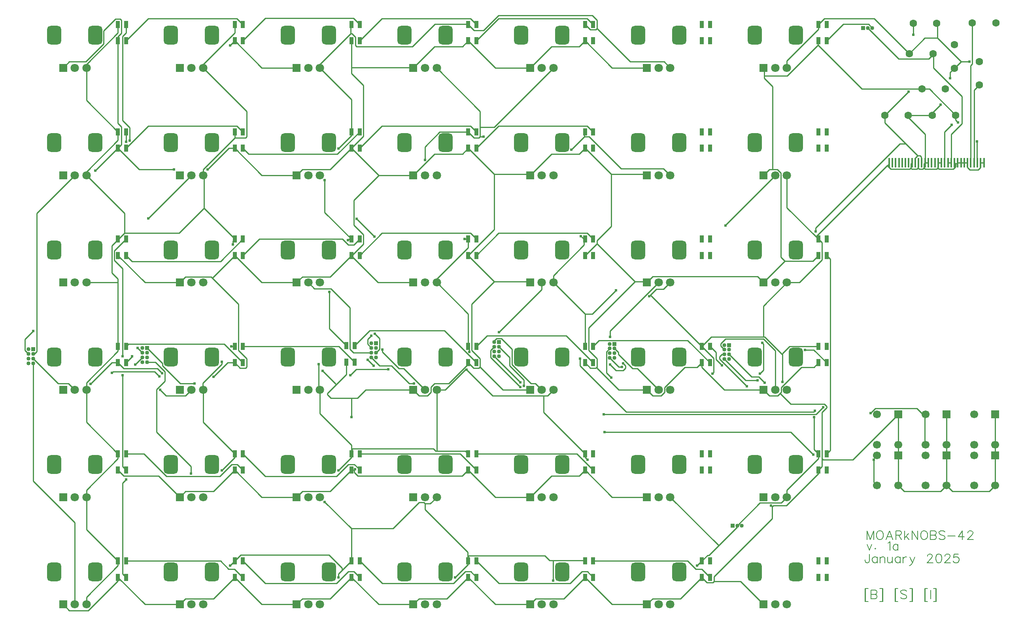
<source format=gtl>
G04 Layer: TopLayer*
G04 EasyEDA Pro v2.2.35.2, 2025-01-29 23:55:29*
G04 Gerber Generator version 0.3*
G04 Scale: 100 percent, Rotated: No, Reflected: No*
G04 Dimensions in millimeters*
G04 Leading zeros omitted, absolute positions, 4 integers and 5 decimals*
%FSLAX45Y45*%
%MOMM*%
%AMRoundRect*1,1,$1,$2,$3*1,1,$1,$4,$5*1,1,$1,0-$2,0-$3*1,1,$1,0-$4,0-$5*20,1,$1,$2,$3,$4,$5,0*20,1,$1,$4,$5,0-$2,0-$3,0*20,1,$1,0-$2,0-$3,0-$4,0-$5,0*20,1,$1,0-$4,0-$5,$2,$3,0*4,1,4,$2,$3,$4,$5,0-$2,0-$3,0-$4,0-$5,$2,$3,0*%
%ADD10C,0.2032*%
%ADD11R,0.85X1.6*%
%ADD12R,1.8X1.8*%
%ADD13C,1.8*%
%ADD14RoundRect,1.5X-0.75X-1.25X-0.75X1.25*%
%ADD15R,0.4X2.0*%
%ADD16R,0.85X0.85*%
%ADD17C,0.85*%
%ADD18C,1.6*%
%ADD19C,1.7072*%
%ADD20C,1.7*%
%ADD21R,1.7X1.7*%
%ADD22R,0.85X0.85*%
%ADD23C,0.61*%
%ADD24C,0.254*%
G75*


G04 Text Start*
G54D10*
G01X18107660Y-11539220D02*
G01X18107660Y-11725910D01*
G01X18107660Y-11539220D02*
G01X18178780Y-11725910D01*
G01X18249900Y-11539220D02*
G01X18178780Y-11725910D01*
G01X18249900Y-11539220D02*
G01X18249900Y-11725910D01*
G01X18366232Y-11539220D02*
G01X18348452Y-11548110D01*
G01X18330672Y-11565890D01*
G01X18321782Y-11583670D01*
G01X18312892Y-11610340D01*
G01X18312892Y-11654790D01*
G01X18321782Y-11681460D01*
G01X18330672Y-11699240D01*
G01X18348452Y-11717020D01*
G01X18366232Y-11725910D01*
G01X18401792Y-11725910D01*
G01X18419572Y-11717020D01*
G01X18437352Y-11699240D01*
G01X18446242Y-11681460D01*
G01X18455132Y-11654790D01*
G01X18455132Y-11610340D01*
G01X18446242Y-11583670D01*
G01X18437352Y-11565890D01*
G01X18419572Y-11548110D01*
G01X18401792Y-11539220D01*
G01X18366232Y-11539220D01*
G01X18589244Y-11539220D02*
G01X18518124Y-11725910D01*
G01X18589244Y-11539220D02*
G01X18660364Y-11725910D01*
G01X18544794Y-11663680D02*
G01X18633694Y-11663680D01*
G01X18723356Y-11539220D02*
G01X18723356Y-11725910D01*
G01X18723356Y-11539220D02*
G01X18803366Y-11539220D01*
G01X18830036Y-11548110D01*
G01X18838926Y-11557000D01*
G01X18847816Y-11574780D01*
G01X18847816Y-11592560D01*
G01X18838926Y-11610340D01*
G01X18830036Y-11619230D01*
G01X18803366Y-11628120D01*
G01X18723356Y-11628120D01*
G01X18785586Y-11628120D02*
G01X18847816Y-11725910D01*
G01X18910808Y-11539220D02*
G01X18910808Y-11725910D01*
G01X18999708Y-11601450D02*
G01X18910808Y-11690350D01*
G01X18946368Y-11654790D02*
G01X19008598Y-11725910D01*
G01X19071590Y-11539220D02*
G01X19071590Y-11725910D01*
G01X19071590Y-11539220D02*
G01X19196050Y-11725910D01*
G01X19196050Y-11539220D02*
G01X19196050Y-11725910D01*
G01X19312382Y-11539220D02*
G01X19294602Y-11548110D01*
G01X19276822Y-11565890D01*
G01X19267932Y-11583670D01*
G01X19259042Y-11610340D01*
G01X19259042Y-11654790D01*
G01X19267932Y-11681460D01*
G01X19276822Y-11699240D01*
G01X19294602Y-11717020D01*
G01X19312382Y-11725910D01*
G01X19347942Y-11725910D01*
G01X19365722Y-11717020D01*
G01X19383502Y-11699240D01*
G01X19392392Y-11681460D01*
G01X19401282Y-11654790D01*
G01X19401282Y-11610340D01*
G01X19392392Y-11583670D01*
G01X19383502Y-11565890D01*
G01X19365722Y-11548110D01*
G01X19347942Y-11539220D01*
G01X19312382Y-11539220D01*
G01X19464274Y-11539220D02*
G01X19464274Y-11725910D01*
G01X19464274Y-11539220D02*
G01X19544284Y-11539220D01*
G01X19570954Y-11548110D01*
G01X19579844Y-11557000D01*
G01X19588734Y-11574780D01*
G01X19588734Y-11592560D01*
G01X19579844Y-11610340D01*
G01X19570954Y-11619230D01*
G01X19544284Y-11628120D01*
G01X19464274Y-11628120D02*
G01X19544284Y-11628120D01*
G01X19570954Y-11637010D01*
G01X19579844Y-11645900D01*
G01X19588734Y-11663680D01*
G01X19588734Y-11690350D01*
G01X19579844Y-11708130D01*
G01X19570954Y-11717020D01*
G01X19544284Y-11725910D01*
G01X19464274Y-11725910D01*
G01X19776186Y-11565890D02*
G01X19758406Y-11548110D01*
G01X19731736Y-11539220D01*
G01X19696176Y-11539220D01*
G01X19669506Y-11548110D01*
G01X19651726Y-11565890D01*
G01X19651726Y-11583670D01*
G01X19660616Y-11601450D01*
G01X19669506Y-11610340D01*
G01X19687286Y-11619230D01*
G01X19740626Y-11637010D01*
G01X19758406Y-11645900D01*
G01X19767296Y-11654790D01*
G01X19776186Y-11672570D01*
G01X19776186Y-11699240D01*
G01X19758406Y-11717020D01*
G01X19731736Y-11725910D01*
G01X19696176Y-11725910D01*
G01X19669506Y-11717020D01*
G01X19651726Y-11699240D01*
G01X19839178Y-11645900D02*
G01X19999198Y-11645900D01*
G01X20151090Y-11539220D02*
G01X20062190Y-11663680D01*
G01X20195540Y-11663680D01*
G01X20151090Y-11539220D02*
G01X20151090Y-11725910D01*
G01X20267422Y-11583670D02*
G01X20267422Y-11574780D01*
G01X20276312Y-11557000D01*
G01X20285202Y-11548110D01*
G01X20302982Y-11539220D01*
G01X20338542Y-11539220D01*
G01X20356322Y-11548110D01*
G01X20365212Y-11557000D01*
G01X20374102Y-11574780D01*
G01X20374102Y-11592560D01*
G01X20365212Y-11610340D01*
G01X20347432Y-11637010D01*
G01X20258532Y-11725910D01*
G01X20382992Y-11725910D01*
G01X18107660Y-11830050D02*
G01X18161000Y-11954510D01*
G01X18214340Y-11830050D02*
G01X18161000Y-11954510D01*
G01X18286222Y-11910060D02*
G01X18277332Y-11918950D01*
G01X18286222Y-11927840D01*
G01X18295112Y-11918950D01*
G01X18286222Y-11910060D01*
G01X18557240Y-11803380D02*
G01X18575020Y-11794490D01*
G01X18601690Y-11767820D01*
G01X18601690Y-11954510D01*
G01X18771362Y-11830050D02*
G01X18771362Y-11954510D01*
G01X18771362Y-11856720D02*
G01X18753582Y-11838940D01*
G01X18735802Y-11830050D01*
G01X18709132Y-11830050D01*
G01X18691352Y-11838940D01*
G01X18673572Y-11856720D01*
G01X18664682Y-11883390D01*
G01X18664682Y-11901170D01*
G01X18673572Y-11927840D01*
G01X18691352Y-11945620D01*
G01X18709132Y-11954510D01*
G01X18735802Y-11954510D01*
G01X18753582Y-11945620D01*
G01X18771362Y-11927840D01*
G01X18158460Y-12034520D02*
G01X18158460Y-12176760D01*
G01X18149570Y-12203430D01*
G01X18140680Y-12212320D01*
G01X18122900Y-12221210D01*
G01X18105120Y-12221210D01*
G01X18087340Y-12212320D01*
G01X18078450Y-12203430D01*
G01X18069560Y-12176760D01*
G01X18069560Y-12158980D01*
G01X18328132Y-12096750D02*
G01X18328132Y-12221210D01*
G01X18328132Y-12123420D02*
G01X18310352Y-12105640D01*
G01X18292572Y-12096750D01*
G01X18265902Y-12096750D01*
G01X18248122Y-12105640D01*
G01X18230342Y-12123420D01*
G01X18221452Y-12150090D01*
G01X18221452Y-12167870D01*
G01X18230342Y-12194540D01*
G01X18248122Y-12212320D01*
G01X18265902Y-12221210D01*
G01X18292572Y-12221210D01*
G01X18310352Y-12212320D01*
G01X18328132Y-12194540D01*
G01X18391124Y-12096750D02*
G01X18391124Y-12221210D01*
G01X18391124Y-12132310D02*
G01X18417794Y-12105640D01*
G01X18435574Y-12096750D01*
G01X18462244Y-12096750D01*
G01X18480024Y-12105640D01*
G01X18488914Y-12132310D01*
G01X18488914Y-12221210D01*
G01X18551906Y-12096750D02*
G01X18551906Y-12185650D01*
G01X18560796Y-12212320D01*
G01X18578576Y-12221210D01*
G01X18605246Y-12221210D01*
G01X18623026Y-12212320D01*
G01X18649696Y-12185650D01*
G01X18649696Y-12096750D02*
G01X18649696Y-12221210D01*
G01X18819368Y-12096750D02*
G01X18819368Y-12221210D01*
G01X18819368Y-12123420D02*
G01X18801588Y-12105640D01*
G01X18783808Y-12096750D01*
G01X18757138Y-12096750D01*
G01X18739358Y-12105640D01*
G01X18721578Y-12123420D01*
G01X18712688Y-12150090D01*
G01X18712688Y-12167870D01*
G01X18721578Y-12194540D01*
G01X18739358Y-12212320D01*
G01X18757138Y-12221210D01*
G01X18783808Y-12221210D01*
G01X18801588Y-12212320D01*
G01X18819368Y-12194540D01*
G01X18882360Y-12096750D02*
G01X18882360Y-12221210D01*
G01X18882360Y-12150090D02*
G01X18891250Y-12123420D01*
G01X18909030Y-12105640D01*
G01X18926810Y-12096750D01*
G01X18953480Y-12096750D01*
G01X19025362Y-12096750D02*
G01X19078702Y-12221210D01*
G01X19132042Y-12096750D02*
G01X19078702Y-12221210D01*
G01X19060922Y-12256770D01*
G01X19043142Y-12274550D01*
G01X19025362Y-12283440D01*
G01X19016472Y-12283440D01*
G01X19403060Y-12078970D02*
G01X19403060Y-12070080D01*
G01X19411950Y-12052300D01*
G01X19420840Y-12043410D01*
G01X19438620Y-12034520D01*
G01X19474180Y-12034520D01*
G01X19491960Y-12043410D01*
G01X19500850Y-12052300D01*
G01X19509740Y-12070080D01*
G01X19509740Y-12087860D01*
G01X19500850Y-12105640D01*
G01X19483070Y-12132310D01*
G01X19394170Y-12221210D01*
G01X19518630Y-12221210D01*
G01X19634962Y-12034520D02*
G01X19608292Y-12043410D01*
G01X19590512Y-12070080D01*
G01X19581622Y-12114530D01*
G01X19581622Y-12141200D01*
G01X19590512Y-12185650D01*
G01X19608292Y-12212320D01*
G01X19634962Y-12221210D01*
G01X19652742Y-12221210D01*
G01X19679412Y-12212320D01*
G01X19697192Y-12185650D01*
G01X19706082Y-12141200D01*
G01X19706082Y-12114530D01*
G01X19697192Y-12070080D01*
G01X19679412Y-12043410D01*
G01X19652742Y-12034520D01*
G01X19634962Y-12034520D01*
G01X19777964Y-12078970D02*
G01X19777964Y-12070080D01*
G01X19786854Y-12052300D01*
G01X19795744Y-12043410D01*
G01X19813524Y-12034520D01*
G01X19849084Y-12034520D01*
G01X19866864Y-12043410D01*
G01X19875754Y-12052300D01*
G01X19884644Y-12070080D01*
G01X19884644Y-12087860D01*
G01X19875754Y-12105640D01*
G01X19857974Y-12132310D01*
G01X19769074Y-12221210D01*
G01X19893534Y-12221210D01*
G01X20063206Y-12034520D02*
G01X19974306Y-12034520D01*
G01X19965416Y-12114530D01*
G01X19974306Y-12105640D01*
G01X20000976Y-12096750D01*
G01X20027646Y-12096750D01*
G01X20054316Y-12105640D01*
G01X20072096Y-12123420D01*
G01X20080986Y-12150090D01*
G01X20080986Y-12167870D01*
G01X20072096Y-12194540D01*
G01X20054316Y-12212320D01*
G01X20027646Y-12221210D01*
G01X20000976Y-12221210D01*
G01X19974306Y-12212320D01*
G01X19965416Y-12203430D01*
G01X19956526Y-12185650D01*
G01X18069560Y-12773660D02*
G01X18069560Y-13058140D01*
G01X18078450Y-12773660D02*
G01X18078450Y-13058140D01*
G01X18069560Y-12773660D02*
G01X18131790Y-12773660D01*
G01X18069560Y-13058140D02*
G01X18131790Y-13058140D01*
G01X18194782Y-12809220D02*
G01X18194782Y-12995910D01*
G01X18194782Y-12809220D02*
G01X18274792Y-12809220D01*
G01X18301462Y-12818110D01*
G01X18310352Y-12827000D01*
G01X18319242Y-12844780D01*
G01X18319242Y-12862560D01*
G01X18310352Y-12880340D01*
G01X18301462Y-12889230D01*
G01X18274792Y-12898120D01*
G01X18194782Y-12898120D02*
G01X18274792Y-12898120D01*
G01X18301462Y-12907010D01*
G01X18310352Y-12915900D01*
G01X18319242Y-12933680D01*
G01X18319242Y-12960350D01*
G01X18310352Y-12978130D01*
G01X18301462Y-12987020D01*
G01X18274792Y-12995910D01*
G01X18194782Y-12995910D01*
G01X18435574Y-12773660D02*
G01X18435574Y-13058140D01*
G01X18444464Y-12773660D02*
G01X18444464Y-13058140D01*
G01X18382234Y-12773660D02*
G01X18444464Y-12773660D01*
G01X18382234Y-13058140D02*
G01X18444464Y-13058140D01*
G01X18706592Y-12773660D02*
G01X18706592Y-13058140D01*
G01X18715482Y-12773660D02*
G01X18715482Y-13058140D01*
G01X18706592Y-12773660D02*
G01X18768822Y-12773660D01*
G01X18706592Y-13058140D02*
G01X18768822Y-13058140D01*
G01X18956274Y-12835890D02*
G01X18938494Y-12818110D01*
G01X18911824Y-12809220D01*
G01X18876264Y-12809220D01*
G01X18849594Y-12818110D01*
G01X18831814Y-12835890D01*
G01X18831814Y-12853670D01*
G01X18840704Y-12871450D01*
G01X18849594Y-12880340D01*
G01X18867374Y-12889230D01*
G01X18920714Y-12907010D01*
G01X18938494Y-12915900D01*
G01X18947384Y-12924790D01*
G01X18956274Y-12942570D01*
G01X18956274Y-12969240D01*
G01X18938494Y-12987020D01*
G01X18911824Y-12995910D01*
G01X18876264Y-12995910D01*
G01X18849594Y-12987020D01*
G01X18831814Y-12969240D01*
G01X19072606Y-12773660D02*
G01X19072606Y-13058140D01*
G01X19081496Y-12773660D02*
G01X19081496Y-13058140D01*
G01X19019266Y-12773660D02*
G01X19081496Y-12773660D01*
G01X19019266Y-13058140D02*
G01X19081496Y-13058140D01*
G01X19343624Y-12773660D02*
G01X19343624Y-13058140D01*
G01X19352514Y-12773660D02*
G01X19352514Y-13058140D01*
G01X19343624Y-12773660D02*
G01X19405854Y-12773660D01*
G01X19343624Y-13058140D02*
G01X19405854Y-13058140D01*
G01X19468846Y-12809220D02*
G01X19468846Y-12995910D01*
G01X19585178Y-12773660D02*
G01X19585178Y-13058140D01*
G01X19594068Y-12773660D02*
G01X19594068Y-13058140D01*
G01X19531838Y-12773660D02*
G01X19594068Y-12773660D01*
G01X19531838Y-13058140D02*
G01X19594068Y-13058140D01*
G04 Text End*

G04 Pad Start*
G54D11*
G01X7243500Y-2985700D03*
G01X7068500Y-2985700D03*
G01X7068500Y-3335700D03*
G01X7243500Y-3335700D03*
G54D12*
G01X10893000Y-6215700D03*
G54D13*
G01X11143000Y-6215700D03*
G01X11393000Y-6215700D03*
G54D14*
G01X11583000Y-5515700D03*
G01X10703000Y-5515700D03*
G54D12*
G01X15893000Y-8515700D03*
G54D13*
G01X16143000Y-8515700D03*
G01X16393000Y-8515700D03*
G54D14*
G01X16583000Y-7815700D03*
G01X15703000Y-7815700D03*
G54D15*
G01X18581100Y-3644900D03*
G01X18651100Y-3644900D03*
G01X18721100Y-3644900D03*
G01X18791100Y-3644900D03*
G01X18861100Y-3644900D03*
G01X18931100Y-3644900D03*
G01X19001100Y-3644900D03*
G01X19071100Y-3644900D03*
G01X19141100Y-3644900D03*
G01X19211100Y-3644900D03*
G01X19281100Y-3644900D03*
G01X19351100Y-3644900D03*
G01X19421100Y-3644900D03*
G01X19491100Y-3644900D03*
G01X19561100Y-3644900D03*
G01X19631100Y-3644900D03*
G01X19701100Y-3644900D03*
G01X19771100Y-3644900D03*
G01X19841100Y-3644900D03*
G01X19911100Y-3644900D03*
G01X19981100Y-3644900D03*
G01X20051100Y-3644900D03*
G01X20121100Y-3644900D03*
G01X20191100Y-3644900D03*
G01X20261100Y-3644900D03*
G01X20331100Y-3644900D03*
G01X20401100Y-3644900D03*
G01X20471100Y-3644900D03*
G01X20541100Y-3644900D03*
G01X20611100Y-3644900D03*
G54D11*
G01X12243500Y-685700D03*
G01X12068500Y-685700D03*
G01X12068500Y-1035700D03*
G01X12243500Y-1035700D03*
G54D12*
G01X5893000Y-1615700D03*
G54D13*
G01X6143000Y-1615700D03*
G01X6393000Y-1615700D03*
G54D14*
G01X6583000Y-915700D03*
G01X5703000Y-915700D03*
G54D12*
G01X8393000Y-8515700D03*
G54D13*
G01X8643000Y-8515700D03*
G01X8893000Y-8515700D03*
G54D14*
G01X9083000Y-7815700D03*
G01X8203000Y-7815700D03*
G54D11*
G01X4743500Y-685700D03*
G01X4568500Y-685700D03*
G01X4568500Y-1035700D03*
G01X4743500Y-1035700D03*
G54D12*
G01X3393000Y-1615700D03*
G54D13*
G01X3643000Y-1615700D03*
G01X3893000Y-1615700D03*
G54D14*
G01X4083000Y-915700D03*
G01X3203000Y-915700D03*
G54D11*
G01X4743500Y-5285700D03*
G01X4568500Y-5285700D03*
G01X4568500Y-5635700D03*
G01X4743500Y-5635700D03*
G01X17243500Y-685700D03*
G01X17068500Y-685700D03*
G01X17068500Y-1035700D03*
G01X17243500Y-1035700D03*
G54D12*
G01X893000Y-1615700D03*
G54D13*
G01X1143000Y-1615700D03*
G01X1393000Y-1615700D03*
G54D14*
G01X1583000Y-915700D03*
G01X703000Y-915700D03*
G54D11*
G01X4743500Y-12185700D03*
G01X4568500Y-12185700D03*
G01X4568500Y-12535700D03*
G01X4743500Y-12535700D03*
G54D16*
G01X2692400Y-7620000D03*
G54D17*
G01X2592400Y-7620000D03*
G01X2692400Y-7720000D03*
G01X2592400Y-7720000D03*
G01X2692400Y-7820000D03*
G01X2592400Y-7820000D03*
G01X2692400Y-7920000D03*
G01X2592400Y-7920000D03*
G54D11*
G01X14743500Y-5285700D03*
G01X14568500Y-5285700D03*
G01X14568500Y-5635700D03*
G01X14743500Y-5635700D03*
G01X2243500Y-9885700D03*
G01X2068500Y-9885700D03*
G01X2068500Y-10235700D03*
G01X2243500Y-10235700D03*
G01X12243500Y-7585700D03*
G01X12068500Y-7585700D03*
G01X12068500Y-7935700D03*
G01X12243500Y-7935700D03*
G54D12*
G01X8393000Y-6215700D03*
G54D13*
G01X8643000Y-6215700D03*
G01X8893000Y-6215700D03*
G54D14*
G01X9083000Y-5515700D03*
G01X8203000Y-5515700D03*
G54D12*
G01X13393000Y-13115700D03*
G54D13*
G01X13643000Y-13115700D03*
G01X13893000Y-13115700D03*
G54D14*
G01X14083000Y-12415700D03*
G01X13203000Y-12415700D03*
G54D11*
G01X14743500Y-12185700D03*
G01X14568500Y-12185700D03*
G01X14568500Y-12535700D03*
G01X14743500Y-12535700D03*
G54D12*
G01X13393000Y-10815700D03*
G54D13*
G01X13643000Y-10815700D03*
G01X13893000Y-10815700D03*
G54D14*
G01X14083000Y-10115700D03*
G01X13203000Y-10115700D03*
G54D11*
G01X14743500Y-7585700D03*
G01X14568500Y-7585700D03*
G01X14568500Y-7935700D03*
G01X14743500Y-7935700D03*
G54D12*
G01X893000Y-13115700D03*
G54D13*
G01X1143000Y-13115700D03*
G01X1393000Y-13115700D03*
G54D14*
G01X1583000Y-12415700D03*
G01X703000Y-12415700D03*
G54D18*
G01X19507200Y-2628900D03*
G01X20007200Y-2628900D03*
G54D12*
G01X893000Y-6215700D03*
G54D13*
G01X1143000Y-6215700D03*
G01X1393000Y-6215700D03*
G54D14*
G01X1583000Y-5515700D03*
G01X703000Y-5515700D03*
G54D11*
G01X2243500Y-5285700D03*
G01X2068500Y-5285700D03*
G01X2068500Y-5635700D03*
G01X2243500Y-5635700D03*
G01X12243500Y-9885700D03*
G01X12068500Y-9885700D03*
G01X12068500Y-10235700D03*
G01X12243500Y-10235700D03*
G01X9743500Y-685700D03*
G01X9568500Y-685700D03*
G01X9568500Y-1035700D03*
G01X9743500Y-1035700D03*
G54D18*
G01X19977100Y-1625600D03*
G01X19977100Y-1117600D03*
G54D12*
G01X3393000Y-10815700D03*
G54D13*
G01X3643000Y-10815700D03*
G01X3893000Y-10815700D03*
G54D14*
G01X4083000Y-10115700D03*
G01X3203000Y-10115700D03*
G54D11*
G01X7243500Y-5285700D03*
G01X7068500Y-5285700D03*
G01X7068500Y-5635700D03*
G01X7243500Y-5635700D03*
G54D12*
G01X13393000Y-1615700D03*
G54D13*
G01X13643000Y-1615700D03*
G01X13893000Y-1615700D03*
G54D14*
G01X14083000Y-915700D03*
G01X13203000Y-915700D03*
G54D11*
G01X17243500Y-12185700D03*
G01X17068500Y-12185700D03*
G01X17068500Y-12535700D03*
G01X17243500Y-12535700D03*
G54D20*
G01X20850500Y-10568600D03*
G54D21*
G01X20850500Y-9918600D03*
G54D20*
G01X20400500Y-9918600D03*
G01X20400500Y-10568600D03*
G54D11*
G01X17243500Y-5285700D03*
G01X17068500Y-5285700D03*
G01X17068500Y-5635700D03*
G01X17243500Y-5635700D03*
G54D16*
G01X10223500Y-7493000D03*
G54D17*
G01X10123500Y-7493000D03*
G01X10223500Y-7593000D03*
G01X10123500Y-7593000D03*
G01X10223500Y-7693000D03*
G01X10123500Y-7693000D03*
G01X10223500Y-7793000D03*
G01X10123500Y-7793000D03*
G54D12*
G01X5893000Y-8515700D03*
G54D13*
G01X6143000Y-8515700D03*
G01X6393000Y-8515700D03*
G54D14*
G01X6583000Y-7815700D03*
G01X5703000Y-7815700D03*
G54D11*
G01X17243500Y-9885700D03*
G01X17068500Y-9885700D03*
G01X17068500Y-10235700D03*
G01X17243500Y-10235700D03*
G54D12*
G01X893000Y-3915700D03*
G54D13*
G01X1143000Y-3915700D03*
G01X1393000Y-3915700D03*
G54D14*
G01X1583000Y-3215700D03*
G01X703000Y-3215700D03*
G54D18*
G01X19011900Y-1308100D03*
G01X19519900Y-1308100D03*
G54D11*
G01X2243500Y-2985700D03*
G01X2068500Y-2985700D03*
G01X2068500Y-3335700D03*
G01X2243500Y-3335700D03*
G54D12*
G01X13393000Y-6215700D03*
G54D13*
G01X13643000Y-6215700D03*
G01X13893000Y-6215700D03*
G54D14*
G01X14083000Y-5515700D03*
G01X13203000Y-5515700D03*
G54D12*
G01X15893000Y-1615700D03*
G54D13*
G01X16143000Y-1615700D03*
G01X16393000Y-1615700D03*
G54D14*
G01X16583000Y-915700D03*
G01X15703000Y-915700D03*
G54D11*
G01X7243500Y-12185700D03*
G01X7068500Y-12185700D03*
G01X7068500Y-12535700D03*
G01X7243500Y-12535700D03*
G54D12*
G01X10893000Y-13115700D03*
G54D13*
G01X11143000Y-13115700D03*
G01X11393000Y-13115700D03*
G54D14*
G01X11583000Y-12415700D03*
G01X10703000Y-12415700D03*
G54D12*
G01X8393000Y-13115700D03*
G54D13*
G01X8643000Y-13115700D03*
G01X8893000Y-13115700D03*
G54D14*
G01X9083000Y-12415700D03*
G01X8203000Y-12415700D03*
G54D12*
G01X8393000Y-1615700D03*
G54D13*
G01X8643000Y-1615700D03*
G01X8893000Y-1615700D03*
G54D14*
G01X9083000Y-915700D03*
G01X8203000Y-915700D03*
G54D11*
G01X17243500Y-2985700D03*
G01X17068500Y-2985700D03*
G01X17068500Y-3335700D03*
G01X17243500Y-3335700D03*
G01X17243500Y-7585700D03*
G01X17068500Y-7585700D03*
G01X17068500Y-7935700D03*
G01X17243500Y-7935700D03*
G54D20*
G01X19812000Y-10568600D03*
G54D21*
G01X19812000Y-9918600D03*
G54D20*
G01X19362000Y-9918600D03*
G01X19362000Y-10568600D03*
G54D16*
G01X7594600Y-7518400D03*
G54D17*
G01X7494600Y-7518400D03*
G01X7594600Y-7618400D03*
G01X7494600Y-7618400D03*
G01X7594600Y-7718400D03*
G01X7494600Y-7718400D03*
G01X7594600Y-7818400D03*
G01X7494600Y-7818400D03*
G54D12*
G01X13393000Y-8515700D03*
G54D13*
G01X13643000Y-8515700D03*
G01X13893000Y-8515700D03*
G54D14*
G01X14083000Y-7815700D03*
G01X13203000Y-7815700D03*
G54D11*
G01X9743500Y-5285700D03*
G01X9568500Y-5285700D03*
G01X9568500Y-5635700D03*
G01X9743500Y-5635700D03*
G54D12*
G01X893000Y-10815700D03*
G54D13*
G01X1143000Y-10815700D03*
G01X1393000Y-10815700D03*
G54D14*
G01X1583000Y-10115700D03*
G01X703000Y-10115700D03*
G54D16*
G01X15151100Y-7556500D03*
G54D17*
G01X15051100Y-7556500D03*
G01X15151100Y-7656500D03*
G01X15051100Y-7656500D03*
G01X15151100Y-7756500D03*
G01X15051100Y-7756500D03*
G01X15151100Y-7856500D03*
G01X15051100Y-7856500D03*
G54D12*
G01X5893000Y-6215700D03*
G54D13*
G01X6143000Y-6215700D03*
G01X6393000Y-6215700D03*
G54D14*
G01X6583000Y-5515700D03*
G01X5703000Y-5515700D03*
G54D12*
G01X3393000Y-6215700D03*
G54D13*
G01X3643000Y-6215700D03*
G01X3893000Y-6215700D03*
G54D14*
G01X4083000Y-5515700D03*
G01X3203000Y-5515700D03*
G54D22*
G01X15228000Y-11424700D03*
G54D17*
G01X15328000Y-11424700D03*
G01X15428000Y-11424700D03*
G54D11*
G01X9743500Y-2985700D03*
G01X9568500Y-2985700D03*
G01X9568500Y-3335700D03*
G01X9743500Y-3335700D03*
G01X7243500Y-685700D03*
G01X7068500Y-685700D03*
G01X7068500Y-1035700D03*
G01X7243500Y-1035700D03*
G01X2243500Y-685700D03*
G01X2068500Y-685700D03*
G01X2068500Y-1035700D03*
G01X2243500Y-1035700D03*
G01X14743500Y-9885700D03*
G01X14568500Y-9885700D03*
G01X14568500Y-10235700D03*
G01X14743500Y-10235700D03*
G01X9743500Y-9885700D03*
G01X9568500Y-9885700D03*
G01X9568500Y-10235700D03*
G01X9743500Y-10235700D03*
G01X9743500Y-12185700D03*
G01X9568500Y-12185700D03*
G01X9568500Y-12535700D03*
G01X9743500Y-12535700D03*
G54D12*
G01X15893000Y-3915700D03*
G54D13*
G01X16143000Y-3915700D03*
G01X16393000Y-3915700D03*
G54D14*
G01X16583000Y-3215700D03*
G01X15703000Y-3215700D03*
G54D12*
G01X10893000Y-1615700D03*
G54D13*
G01X11143000Y-1615700D03*
G01X11393000Y-1615700D03*
G54D14*
G01X11583000Y-915700D03*
G01X10703000Y-915700D03*
G54D11*
G01X14743500Y-2985700D03*
G01X14568500Y-2985700D03*
G01X14568500Y-3335700D03*
G01X14743500Y-3335700D03*
G01X4743500Y-2985700D03*
G01X4568500Y-2985700D03*
G01X4568500Y-3335700D03*
G01X4743500Y-3335700D03*
G54D20*
G01X18773500Y-10568600D03*
G54D21*
G01X18773500Y-9918600D03*
G54D20*
G01X18323500Y-9918600D03*
G01X18323500Y-10568600D03*
G54D11*
G01X9743500Y-7585700D03*
G01X9568500Y-7585700D03*
G01X9568500Y-7935700D03*
G01X9743500Y-7935700D03*
G54D20*
G01X20850500Y-9692400D03*
G54D21*
G01X20850500Y-9042400D03*
G54D20*
G01X20400500Y-9042400D03*
G01X20400500Y-9692400D03*
G54D12*
G01X15893000Y-13115700D03*
G54D13*
G01X16143000Y-13115700D03*
G01X16393000Y-13115700D03*
G54D14*
G01X16583000Y-12415700D03*
G01X15703000Y-12415700D03*
G54D12*
G01X15893000Y-6215700D03*
G54D13*
G01X16143000Y-6215700D03*
G01X16393000Y-6215700D03*
G54D14*
G01X16583000Y-5515700D03*
G01X15703000Y-5515700D03*
G54D12*
G01X3393000Y-3915700D03*
G54D13*
G01X3643000Y-3915700D03*
G01X3893000Y-3915700D03*
G54D14*
G01X4083000Y-3215700D03*
G01X3203000Y-3215700D03*
G54D12*
G01X3393000Y-13115700D03*
G54D13*
G01X3643000Y-13115700D03*
G01X3893000Y-13115700D03*
G54D14*
G01X4083000Y-12415700D03*
G01X3203000Y-12415700D03*
G54D20*
G01X19812000Y-9692400D03*
G54D21*
G01X19812000Y-9042400D03*
G54D20*
G01X19362000Y-9042400D03*
G01X19362000Y-9692400D03*
G54D11*
G01X2243500Y-12185700D03*
G01X2068500Y-12185700D03*
G01X2068500Y-12535700D03*
G01X2243500Y-12535700D03*
G54D12*
G01X15893000Y-10815700D03*
G54D13*
G01X16143000Y-10815700D03*
G01X16393000Y-10815700D03*
G54D14*
G01X16583000Y-10115700D03*
G01X15703000Y-10115700D03*
G54D18*
G01X20358100Y-647700D03*
G01X20866100Y-647700D03*
G54D11*
G01X12243500Y-5285700D03*
G01X12068500Y-5285700D03*
G01X12068500Y-5635700D03*
G01X12243500Y-5635700D03*
G01X12243500Y-2985700D03*
G01X12068500Y-2985700D03*
G01X12068500Y-3335700D03*
G01X12243500Y-3335700D03*
G54D16*
G01X254000Y-7645400D03*
G54D17*
G01X154000Y-7645400D03*
G01X254000Y-7745400D03*
G01X154000Y-7745400D03*
G01X254000Y-7845400D03*
G01X154000Y-7845400D03*
G01X254000Y-7945400D03*
G01X154000Y-7945400D03*
G54D11*
G01X14743500Y-685700D03*
G01X14568500Y-685700D03*
G01X14568500Y-1035700D03*
G01X14743500Y-1035700D03*
G54D12*
G01X10893000Y-3915700D03*
G54D13*
G01X11143000Y-3915700D03*
G01X11393000Y-3915700D03*
G54D14*
G01X11583000Y-3215700D03*
G01X10703000Y-3215700D03*
G54D18*
G01X19789200Y-2067400D03*
G01X19289200Y-2067400D03*
G01X19100800Y-660400D03*
G01X19600800Y-660400D03*
G01X18491200Y-2628900D03*
G01X18991200Y-2628900D03*
G54D12*
G01X5893000Y-3915700D03*
G54D13*
G01X6143000Y-3915700D03*
G01X6393000Y-3915700D03*
G54D14*
G01X6583000Y-3215700D03*
G01X5703000Y-3215700D03*
G54D11*
G01X7136000Y-7572000D03*
G01X6961000Y-7572000D03*
G01X6961000Y-7922000D03*
G01X7136000Y-7922000D03*
G54D12*
G01X10893000Y-8515700D03*
G54D13*
G01X11143000Y-8515700D03*
G01X11393000Y-8515700D03*
G54D14*
G01X11583000Y-7815700D03*
G01X10703000Y-7815700D03*
G54D22*
G01X18022000Y-756700D03*
G54D17*
G01X18122000Y-756700D03*
G01X18222000Y-756700D03*
G54D12*
G01X5893000Y-13115700D03*
G54D13*
G01X6143000Y-13115700D03*
G01X6393000Y-13115700D03*
G54D14*
G01X6583000Y-12415700D03*
G01X5703000Y-12415700D03*
G54D12*
G01X3393000Y-8515700D03*
G54D13*
G01X3643000Y-8515700D03*
G01X3893000Y-8515700D03*
G54D14*
G01X4083000Y-7815700D03*
G01X3203000Y-7815700D03*
G54D12*
G01X8393000Y-10815700D03*
G54D13*
G01X8643000Y-10815700D03*
G01X8893000Y-10815700D03*
G54D14*
G01X9083000Y-10115700D03*
G01X8203000Y-10115700D03*
G54D20*
G01X18773500Y-9692400D03*
G54D21*
G01X18773500Y-9042400D03*
G54D20*
G01X18323500Y-9042400D03*
G01X18323500Y-9692400D03*
G54D11*
G01X12243500Y-12185700D03*
G01X12068500Y-12185700D03*
G01X12068500Y-12535700D03*
G01X12243500Y-12535700D03*
G54D12*
G01X10893000Y-10815700D03*
G54D13*
G01X11143000Y-10815700D03*
G01X11393000Y-10815700D03*
G54D14*
G01X11583000Y-10115700D03*
G01X10703000Y-10115700D03*
G54D12*
G01X8393000Y-3915700D03*
G54D13*
G01X8643000Y-3915700D03*
G01X8893000Y-3915700D03*
G54D14*
G01X9083000Y-3215700D03*
G01X8203000Y-3215700D03*
G54D11*
G01X4743500Y-9885700D03*
G01X4568500Y-9885700D03*
G01X4568500Y-10235700D03*
G01X4743500Y-10235700D03*
G01X2243500Y-7585700D03*
G01X2068500Y-7585700D03*
G01X2068500Y-7935700D03*
G01X2243500Y-7935700D03*
G54D16*
G01X12700000Y-7531100D03*
G54D17*
G01X12600000Y-7531100D03*
G01X12700000Y-7631100D03*
G01X12600000Y-7631100D03*
G01X12700000Y-7731100D03*
G01X12600000Y-7731100D03*
G01X12700000Y-7831100D03*
G01X12600000Y-7831100D03*
G54D11*
G01X7243500Y-9885700D03*
G01X7068500Y-9885700D03*
G01X7068500Y-10235700D03*
G01X7243500Y-10235700D03*
G01X4743500Y-7585700D03*
G01X4568500Y-7585700D03*
G01X4568500Y-7935700D03*
G01X4743500Y-7935700D03*
G54D18*
G01X20510500Y-1981200D03*
G01X20510500Y-1481200D03*
G54D12*
G01X893000Y-8515700D03*
G54D13*
G01X1143000Y-8515700D03*
G01X1393000Y-8515700D03*
G54D14*
G01X1583000Y-7815700D03*
G01X703000Y-7815700D03*
G54D12*
G01X13393000Y-3915700D03*
G54D13*
G01X13643000Y-3915700D03*
G01X13893000Y-3915700D03*
G54D14*
G01X14083000Y-3215700D03*
G01X13203000Y-3215700D03*
G54D12*
G01X5893000Y-10815700D03*
G54D13*
G01X6143000Y-10815700D03*
G01X6393000Y-10815700D03*
G54D14*
G01X6583000Y-10115700D03*
G01X5703000Y-10115700D03*
G04 Pad End*

G04 Via Start*
G54D23*
G01X18999200Y-2120900D03*
G01X19100800Y-901700D03*
G01X17007500Y-5118100D03*
G01X15864500Y-7505700D03*
G01X15813700Y-8166100D03*
G01X3984300Y-3792900D03*
G01X3266000Y-3788700D03*
G01X1585900Y-3818300D03*
G01X6453000Y-8109300D03*
G01X4111300Y-8240500D03*
G01X3012000Y-8160100D03*
G01X1484300Y-8392900D03*
G01X7072200Y-9099900D03*
G01X7148400Y-10217500D03*
G01X16052500Y-11000600D03*
G01X4471100Y-1133100D03*
G01X20058000Y-2781300D03*
G01X20464400Y-3187700D03*
G01X254000Y-7257100D03*
G01X12882100Y-7950200D03*
G01X12602700Y-7975600D03*
G01X7857700Y-8072400D03*
G01X7044900Y-8199400D03*
G01X2955500Y-8224800D03*
G01X1939500Y-8148600D03*
G01X3708400Y-8382000D03*
G01X2490800Y-7618400D03*
G01X2719400Y-4839300D03*
G01X2440000Y-7972400D03*
G01X2973400Y-8515700D03*
G01X3632200Y-10307600D03*
G01X11965000Y-7843800D03*
G01X16994200Y-8961400D03*
G01X7728600Y-7652100D03*
G01X7418400Y-7874000D03*
G01X7545400Y-8001000D03*
G01X7489200Y-7356100D03*
G01X7569200Y-7312000D03*
G01X7558100Y-5229200D03*
G01X7177100Y-4848200D03*
G01X8409000Y-8377200D03*
G01X12473000Y-9037600D03*
G01X17172000Y-8885200D03*
G01X18188000Y-9012200D03*
G01X10228600Y-7282500D03*
G01X10756900Y-8431200D03*
G01X10682300Y-8456600D03*
G01X10682300Y-8351800D03*
G01X12485700Y-9418600D03*
G01X16956100Y-9901200D03*
G01X12601600Y-7384100D03*
G01X12627000Y-8250300D03*
G01X12862500Y-8026400D03*
G01X15076500Y-4991100D03*
G01X15913100Y-8366100D03*
G01X15533700Y-8442300D03*
G01X15762300Y-8313700D03*
G01X18251500Y-10015500D03*
G01X6789100Y-3341300D03*
G01X6494600Y-4017300D03*
G01X6992300Y-5311100D03*
G01X6596200Y-6418900D03*
G01X6367600Y-7968300D03*
G01X6789100Y-10241300D03*
G01X6494600Y-10917300D03*
G01X6789100Y-12541300D03*
G01X4493900Y-7587300D03*
G01X4290700Y-7917500D03*
G01X4528000Y-5402900D03*
G01X4289100Y-10241300D03*
G01X4466900Y-12287300D03*
G01X9528000Y-8083900D03*
G01X9593900Y-7702900D03*
G01X9289100Y-12541300D03*
G01X9492300Y-5285700D03*
G01X8639000Y-3585500D03*
G01X9898700Y-3087300D03*
G01X11778300Y-3366700D03*
G01X11981500Y-5220900D03*
G01X12119300Y-10012700D03*
G01X11386500Y-12608800D03*
G01X12728900Y-6383200D03*
G01X13440100Y-6510200D03*
G01X14797100Y-8169900D03*
G01X16295700Y-8347700D03*
G01X16977200Y-9099900D03*
G01X14466900Y-12287300D03*
G01X19685000Y-2400300D03*
G01X19890800Y-1838800D03*
G01X20299300Y-1481200D03*
G01X14997500Y-7992100D03*
G01X16775500Y-7661900D03*
G01X2319700Y-3174900D03*
G01X2370500Y-7797700D03*
G01X2167300Y-8203700D03*
G01X2243500Y-3199900D03*
G01X2167300Y-7800300D03*
G01X2243500Y-10441900D03*
G01X19923500Y-2832100D03*
G04 Via End*

G04 Track Start*
G54D24*
G01X19141100Y-3644900D02*
G01X19141100Y-3543300D01*
G01X19191900Y-3492500D01*
G01X19242700Y-3492500D01*
G01X19268100Y-3517900D01*
G01X19268100Y-3631900D01*
G01X19281100Y-3644900D01*
G01X18491200Y-2791800D02*
G01X18491200Y-2628900D01*
G01X18999200Y-2120900D01*
G01X19100800Y-901700D02*
G01X19100800Y-660400D01*
G01X18937900Y-3238500D02*
G01X18810900Y-3238500D01*
G01X17007500Y-5041900D01*
G01X17007500Y-5118100D01*
G01X15864500Y-7505700D02*
G01X15889900Y-7531100D01*
G01X15889900Y-8089900D01*
G01X15813700Y-8166100D01*
G01X7068500Y-3335700D02*
G01X6611300Y-3792900D01*
G01X6015800Y-3792900D01*
G01X5893000Y-3915700D01*
G01X5148500Y-3915700D01*
G01X4568500Y-3335700D01*
G01X4441500Y-3335700D01*
G01X3984300Y-3792900D01*
G01X3266000Y-3788700D02*
G01X2521500Y-3788700D01*
G01X2068500Y-3335700D01*
G01X1585900Y-3818300D01*
G01X7068500Y-3335700D02*
G01X7648500Y-3915700D01*
G01X8393000Y-3915700D01*
G01X8850200Y-3458500D01*
G01X9445700Y-3458500D01*
G01X9568500Y-3335700D01*
G01X10127300Y-3894500D01*
G01X10871800Y-3894500D01*
G01X10893000Y-3915700D01*
G01X11350200Y-3458500D01*
G01X11945700Y-3458500D01*
G01X12068500Y-3335700D01*
G01X12627300Y-3894500D01*
G01X13371800Y-3894500D01*
G01X13393000Y-3915700D01*
G01X7648500Y-3915700D02*
G01X7115100Y-4449100D01*
G01X7115100Y-4982500D01*
G01X7318300Y-5185700D01*
G01X7318300Y-5388900D01*
G01X7089700Y-5617500D01*
G01X7068500Y-5635700D01*
G01X6611300Y-6092900D01*
G01X6015800Y-6092900D01*
G01X5893000Y-6215700D01*
G01X7089700Y-5617500D02*
G01X7089700Y-5668300D01*
G01X7637100Y-6215700D01*
G01X8393000Y-6215700D01*
G01X10127300Y-3894500D02*
G01X10127300Y-5076900D01*
G01X9593900Y-5610300D02*
G01X9593900Y-5661100D01*
G01X10127300Y-6194500D01*
G01X10871800Y-6194500D01*
G01X10893000Y-6215700D01*
G01X12627300Y-3894500D02*
G01X12627300Y-5012100D01*
G01X12322500Y-5316900D01*
G01X12322500Y-5381700D01*
G01X12068500Y-5635700D01*
G01X12322500Y-5381700D02*
G01X13135300Y-6194500D01*
G01X13371800Y-6194500D01*
G01X13393000Y-6215700D01*
G01X5893000Y-6215700D02*
G01X5148500Y-6215700D01*
G01X4568500Y-5635700D01*
G01X4085900Y-6118300D01*
G01X4060500Y-6092900D01*
G01X3515800Y-6092900D01*
G01X3393000Y-6215700D01*
G01X2648500Y-6215700D01*
G01X2068500Y-5635700D01*
G01X10127300Y-6194500D02*
G01X9644700Y-6677100D01*
G01X9644700Y-7667700D01*
G01X9822500Y-7845500D01*
G01X9822500Y-8023300D01*
G01X9797100Y-8048700D01*
G01X9681500Y-8048700D01*
G01X9822500Y-8023300D02*
G01X10314900Y-8515700D01*
G01X10893000Y-8515700D01*
G01X13135300Y-6194500D02*
G01X12144700Y-7185100D01*
G01X12144700Y-7667700D01*
G01X12322500Y-7845500D01*
G01X12322500Y-8023300D01*
G01X12297100Y-8048700D01*
G01X12181500Y-8048700D01*
G01X12068500Y-7935700D01*
G01X12322500Y-8023300D02*
G01X12322500Y-8048700D01*
G01X12789500Y-8515700D01*
G01X13393000Y-8515700D01*
G01X13520000Y-8642700D01*
G01X13697800Y-8642700D01*
G01X13774000Y-8566500D01*
G01X13774000Y-8464900D01*
G01X14205800Y-8033100D01*
G01X14471100Y-8033100D01*
G01X14568500Y-7935700D01*
G01X9579900Y-7947100D02*
G01X9148100Y-8378900D01*
G01X8843300Y-8378900D01*
G01X8767100Y-8455100D01*
G01X8767100Y-8566500D01*
G01X8690900Y-8642700D01*
G01X8520000Y-8642700D01*
G01X8393000Y-8515700D01*
G01X14568500Y-7935700D02*
G01X14568500Y-8037300D01*
G01X15051100Y-8519900D01*
G01X15888800Y-8519900D01*
G01X15893000Y-8515700D01*
G01X16020000Y-8642700D01*
G01X16197800Y-8642700D01*
G01X16274000Y-8566500D02*
G01X16274000Y-8464900D01*
G01X16705800Y-8033100D01*
G01X16971100Y-8033100D01*
G01X17068500Y-7935700D01*
G01X8393000Y-8515700D02*
G01X7377000Y-8515700D01*
G01X7199200Y-8693500D01*
G01X6630800Y-8693500D02*
G01X6554600Y-8617300D01*
G01X6554600Y-8591900D01*
G01X6961000Y-8185500D02*
G01X6961000Y-7922000D01*
G01X6732400Y-8414100D02*
G01X6732400Y-8388700D01*
G01X6453000Y-8109300D01*
G01X4085900Y-6118300D02*
G01X4644700Y-6677100D01*
G01X4644700Y-7667700D01*
G01X4822500Y-7845500D01*
G01X4822500Y-8023300D01*
G01X4797100Y-8048700D01*
G01X4681500Y-8048700D01*
G01X4568500Y-7935700D01*
G01X4416100Y-7935700D01*
G01X4111300Y-8240500D01*
G01X3012000Y-8160100D02*
G01X2910400Y-8058500D01*
G01X2191300Y-8058500D01*
G01X2068500Y-7935700D01*
G01X1941500Y-7935700D01*
G01X1484300Y-8392900D01*
G01X7072200Y-8693500D02*
G01X7072200Y-9099900D01*
G01X7148400Y-10217500D02*
G01X7130200Y-10235700D01*
G01X7068500Y-10235700D01*
G01X6611300Y-10692900D01*
G01X6015800Y-10692900D01*
G01X5893000Y-10815700D01*
G01X7130200Y-10235700D02*
G01X7130200Y-10286500D01*
G01X7206400Y-10362700D01*
G01X9441500Y-10362700D01*
G01X9568500Y-10235700D01*
G01X5893000Y-10815700D02*
G01X5148500Y-10815700D01*
G01X4568500Y-10235700D01*
G01X4111300Y-10692900D01*
G01X3515800Y-10692900D01*
G01X3393000Y-10815700D01*
G01X2935800Y-10358500D01*
G01X2191300Y-10358500D01*
G01X2068500Y-10235700D01*
G01X9568500Y-10235700D02*
G01X10148500Y-10815700D01*
G01X10893000Y-10815700D01*
G01X11350200Y-10358500D01*
G01X11945700Y-10358500D01*
G01X12068500Y-10235700D01*
G01X12648500Y-10815700D01*
G01X13393000Y-10815700D01*
G01X16248600Y-8591900D02*
G01X16477200Y-8820500D01*
G01X17195500Y-8820500D01*
G01X17246300Y-8871300D01*
G01X17246300Y-8896700D01*
G01X17144700Y-8998300D01*
G01X17144700Y-10159500D02*
G01X17068500Y-10235700D01*
G01X17068500Y-10311900D01*
G01X16382700Y-10997700D01*
G01X16103300Y-10997700D01*
G01X16077900Y-11023100D01*
G01X16075000Y-11023100D01*
G01X16052500Y-11000600D01*
G01X16077900Y-11023100D02*
G01X16077900Y-11277100D01*
G01X14833300Y-12521700D01*
G01X14833300Y-12623300D01*
G01X14808500Y-12648100D01*
G01X14680900Y-12648100D01*
G01X14568500Y-12535700D01*
G01X14833300Y-12623300D02*
G01X15400600Y-12623300D01*
G01X15893000Y-13115700D01*
G01X14568500Y-12535700D02*
G01X14111300Y-12992900D01*
G01X13515800Y-12992900D01*
G01X13393000Y-13115700D01*
G01X12648500Y-13115700D01*
G01X12068500Y-12535700D01*
G01X11611300Y-12992900D01*
G01X11015800Y-12992900D01*
G01X10893000Y-13115700D01*
G01X10148500Y-13115700D01*
G01X9568500Y-12535700D01*
G01X9111300Y-12992900D01*
G01X8515800Y-12992900D01*
G01X8393000Y-13115700D01*
G01X7648500Y-13115700D01*
G01X7068500Y-12535700D01*
G01X6611300Y-12992900D01*
G01X6015800Y-12992900D01*
G01X5893000Y-13115700D01*
G01X5148500Y-13115700D01*
G01X4568500Y-12535700D01*
G01X4111300Y-12992900D01*
G01X3515800Y-12992900D01*
G01X3393000Y-13115700D01*
G01X2648500Y-13115700D01*
G01X2068500Y-12535700D01*
G01X2068500Y-12611900D01*
G01X1433500Y-13246900D01*
G01X1024200Y-13246900D01*
G01X893000Y-13115700D01*
G01X17144700Y-9988900D02*
G01X17170100Y-10014300D01*
G01X17801600Y-10014300D01*
G01X18773500Y-9042400D01*
G01X18773500Y-9692400D01*
G01X18773500Y-9918600D01*
G01X18773500Y-10568600D01*
G01X18900500Y-10695600D01*
G01X19685000Y-10695600D01*
G01X19812000Y-10568600D01*
G01X19812000Y-9918600D01*
G01X19812000Y-9692400D01*
G01X19812000Y-9042400D01*
G01X19812000Y-10568600D02*
G01X19939000Y-10695600D01*
G01X20723500Y-10695600D01*
G01X20850500Y-10568600D01*
G01X20850500Y-9918600D01*
G01X20850500Y-9692400D01*
G01X20850500Y-9042400D01*
G01X4471100Y-1133100D02*
G01X4568500Y-1035700D01*
G01X2068500Y-3335700D02*
G01X2144700Y-3259500D01*
G01X2144700Y-2878500D01*
G01X2068500Y-2802300D01*
G01X2068500Y-948100D02*
G01X2144700Y-871900D01*
G01X2144700Y-592500D01*
G01X2119300Y-567100D01*
G01X2017700Y-567100D01*
G01X1763700Y-821100D01*
G01X1763700Y-1100500D01*
G01X1382700Y-1481500D01*
G01X1027200Y-1481500D01*
G01X893000Y-1615700D01*
G01X4568500Y-1035700D02*
G01X5148500Y-1615700D01*
G01X5893000Y-1615700D01*
G01X7068500Y-3335700D02*
G01X7322500Y-3081700D01*
G01X7322500Y-1989500D01*
G01X7068500Y-1735500D01*
G01X7068500Y-1608500D02*
G01X8385800Y-1608500D01*
G01X8393000Y-1615700D01*
G01X8850200Y-1158500D01*
G01X9445700Y-1158500D01*
G01X9568500Y-1035700D01*
G01X10148500Y-1615700D01*
G01X10893000Y-1615700D01*
G01X11350200Y-1158500D01*
G01X11945700Y-1158500D01*
G01X12068500Y-1035700D01*
G01X12648500Y-1615700D01*
G01X13393000Y-1615700D01*
G01X13393000Y-6215700D02*
G01X13520000Y-6088700D01*
G01X15766000Y-6088700D01*
G01X15893000Y-6215700D01*
G01X16350200Y-5758500D01*
G01X16945700Y-5758500D01*
G01X17068500Y-5635700D01*
G01X16350200Y-5758500D02*
G01X16262600Y-5670900D01*
G01X16262600Y-3864900D01*
G01X16186400Y-3788700D01*
G01X16020000Y-3788700D02*
G01X15893000Y-3915700D01*
G01X16084800Y-3788700D02*
G01X16084800Y-2010700D01*
G01X15907000Y-1832900D01*
G01X15907000Y-1629700D02*
G01X15893000Y-1615700D01*
G01X15907000Y-1782100D02*
G01X16398300Y-1782100D01*
G01X17058700Y-1121700D01*
G01X17058700Y-1045500D01*
G01X17068500Y-1035700D01*
G01X17058700Y-1121700D02*
G01X17998500Y-2061500D01*
G01X19283300Y-2061500D01*
G01X19289200Y-2067400D01*
G01X19445700Y-2067400D01*
G01X20007200Y-2628900D01*
G01X20007200Y-2730500D01*
G01X20058000Y-2781300D01*
G01X20464400Y-3187700D02*
G01X20464400Y-3638200D01*
G01X20471100Y-3644900D01*
G01X1143000Y-3915700D02*
G01X330200Y-4728500D01*
G01X330200Y-7694600D01*
G01X279400Y-7745400D01*
G01X254000Y-7745400D01*
G01X254000Y-7257100D02*
G01X76200Y-7434900D01*
G01X76200Y-7667600D01*
G01X154000Y-7745400D01*
G01X254000Y-7845400D02*
G01X787400Y-8378800D01*
G01X1006100Y-8378800D01*
G01X1143000Y-8515700D01*
G01X1143000Y-13115700D02*
G01X1143000Y-11363100D01*
G01X254000Y-10474100D01*
G01X254000Y-7945400D01*
G01X12882100Y-7950200D02*
G01X12932900Y-8001000D01*
G01X12932900Y-8051800D01*
G01X12882100Y-8102600D01*
G01X12729700Y-8102600D01*
G01X12602700Y-7975600D01*
G01X7857700Y-8072400D02*
G01X7171900Y-8072400D01*
G01X7044900Y-8199400D01*
G01X2955500Y-8224800D02*
G01X2853900Y-8123200D01*
G01X1964900Y-8123200D01*
G01X1939500Y-8148600D01*
G01X2692400Y-7620000D02*
G01X3022600Y-7950200D01*
G01X3022600Y-8001000D01*
G01X3403600Y-8382000D01*
G01X3708400Y-8382000D01*
G01X2592400Y-7720000D02*
G01X2490800Y-7618400D01*
G01X2719400Y-4839300D02*
G01X3643000Y-3915700D01*
G01X2592400Y-7820000D02*
G01X2440000Y-7972400D01*
G01X2973400Y-8515700D02*
G01X3100400Y-8642700D01*
G01X3516000Y-8642700D01*
G01X3643000Y-8515700D01*
G01X2692400Y-7920000D02*
G01X2870200Y-7920000D01*
G01X3073400Y-8123200D01*
G01X3073400Y-8326400D01*
G01X2895600Y-8504200D01*
G01X2895600Y-9418600D01*
G01X3632200Y-10155200D01*
G01X3632200Y-10307600D01*
G01X11965000Y-7843800D02*
G01X11965000Y-7996200D01*
G01X12955600Y-8986800D01*
G01X16968800Y-8986800D01*
G01X16994200Y-8961400D01*
G01X8643000Y-8515700D02*
G01X8185800Y-8058500D01*
G01X8084200Y-8058500D01*
G01X7728600Y-7702900D01*
G01X7728600Y-7652100D01*
G01X7418400Y-7874000D02*
G01X7545400Y-8001000D01*
G01X7489200Y-7356100D02*
G01X7413000Y-7432300D01*
G01X7413000Y-7536800D01*
G01X7494600Y-7618400D01*
G01X7594600Y-7718400D02*
G01X7670800Y-7642200D01*
G01X7670800Y-7413600D01*
G01X7569200Y-7312000D01*
G01X7558100Y-5229200D02*
G01X7177100Y-4848200D01*
G01X7494600Y-7718400D02*
G01X7113600Y-7718400D01*
G01X7037400Y-7642200D01*
G01X7037400Y-6753200D01*
G01X6631000Y-6346800D01*
G01X6274100Y-6346800D01*
G01X6143000Y-6215700D01*
G01X7494600Y-7818400D02*
G01X7672400Y-7996200D01*
G01X7926400Y-7996200D01*
G01X8307400Y-8377200D01*
G01X8409000Y-8377200D01*
G01X12473000Y-9037600D02*
G01X17019600Y-9037600D01*
G01X17172000Y-8885200D01*
G01X18188000Y-9012200D02*
G01X18289600Y-8910600D01*
G01X19178600Y-8910600D01*
G01X19331000Y-9063000D01*
G01X19341400Y-9063000D01*
G01X19362000Y-9042400D01*
G01X19341400Y-9063000D02*
G01X19341400Y-9671800D01*
G01X19362000Y-9692400D01*
G01X11143000Y-6215700D02*
G01X11143000Y-6368100D01*
G01X10228600Y-7282500D01*
G01X10123500Y-7493000D02*
G01X10123500Y-7467600D01*
G01X10174300Y-7416800D01*
G01X10275900Y-7416800D01*
G01X10504500Y-7645400D01*
G01X10504500Y-7975600D01*
G01X10910900Y-8382000D01*
G01X11009300Y-8382000D01*
G01X11143000Y-8515700D01*
G01X10223500Y-7593000D02*
G01X10452100Y-7821600D01*
G01X10452100Y-7999400D01*
G01X10756900Y-8304200D01*
G01X10756900Y-8431200D01*
G01X10123500Y-7593000D02*
G01X10047300Y-7669200D01*
G01X10047300Y-7821600D01*
G01X10682300Y-8456600D01*
G01X10123500Y-7793000D02*
G01X10682300Y-8351800D01*
G01X12485700Y-9418600D02*
G01X16473500Y-9418600D01*
G01X16956100Y-9901200D01*
G01X13643000Y-6215700D02*
G01X12601600Y-7257100D01*
G01X12601600Y-7384100D01*
G01X13643000Y-8515700D02*
G01X13185800Y-8058500D01*
G01X13084200Y-8058500D01*
G01X12779400Y-7753700D01*
G01X12779400Y-7710500D01*
G01X12700000Y-7631100D01*
G01X12627000Y-8250300D02*
G01X12525400Y-8148700D01*
G01X12525400Y-7705700D01*
G01X12600000Y-7631100D01*
G01X12862500Y-8026400D02*
G01X12795300Y-8026400D01*
G01X12600000Y-7831100D01*
G01X15076500Y-4991100D02*
G01X15076500Y-4982200D01*
G01X16143000Y-3915700D01*
G01X16143000Y-8515700D02*
G01X16143000Y-7677500D01*
G01X15889000Y-7423500D01*
G01X15076200Y-7423500D01*
G01X14974600Y-7525100D01*
G01X14974600Y-7580000D01*
G01X15051100Y-7656500D01*
G01X15151100Y-7756500D02*
G01X15633700Y-8239100D01*
G01X15786100Y-8239100D01*
G01X15913100Y-8366100D01*
G01X15051100Y-7756500D02*
G01X15000300Y-7756500D01*
G01X14949500Y-7807300D01*
G01X14949500Y-7858100D01*
G01X15533700Y-8442300D01*
G01X15051100Y-7856500D02*
G01X15508300Y-8313700D01*
G01X15762300Y-8313700D01*
G01X18251500Y-10015500D02*
G01X18251500Y-10496600D01*
G01X18323500Y-10568600D01*
G01X7068500Y-2985700D02*
G01X7068500Y-3061900D01*
G01X6789100Y-3341300D01*
G01X7068500Y-2985700D02*
G01X7068500Y-2291200D01*
G01X6393000Y-1615700D01*
G01X6393000Y-1539500D01*
G01X7053400Y-879100D01*
G01X7053400Y-700800D01*
G01X7068500Y-685700D01*
G01X6494600Y-4017300D02*
G01X6494600Y-4711800D01*
G01X7068500Y-5285700D01*
G01X7017700Y-5285700D01*
G01X6992300Y-5311100D01*
G01X6596200Y-6418900D02*
G01X6596200Y-7207200D01*
G01X6961000Y-7572000D01*
G01X6367600Y-7968300D02*
G01X6367600Y-8490300D01*
G01X6393000Y-8515700D01*
G01X6393000Y-9023700D01*
G01X7068500Y-9699200D01*
G01X7068500Y-9885700D02*
G01X7068500Y-9961900D01*
G01X6789100Y-10241300D01*
G01X6494600Y-10917300D02*
G01X7068500Y-11491200D01*
G01X7068500Y-12185700D01*
G01X6789100Y-12465100D02*
G01X6789100Y-12541300D01*
G01X4493900Y-7587300D02*
G01X4566900Y-7587300D01*
G01X4568500Y-7585700D01*
G01X4290700Y-7917500D02*
G01X4290700Y-7968300D01*
G01X3884300Y-8374700D01*
G01X3884300Y-8507000D01*
G01X3893000Y-8515700D01*
G01X4528000Y-5402900D02*
G01X4528000Y-5326200D01*
G01X4568500Y-5285700D01*
G01X3893000Y-8515700D02*
G01X3893000Y-9210200D01*
G01X4568500Y-9885700D01*
G01X4568500Y-9961900D01*
G01X4289100Y-10241300D01*
G01X6865300Y-12388900D02*
G01X6865300Y-12338100D01*
G01X6585900Y-12058700D01*
G01X4695500Y-12058700D01*
G01X4568500Y-12185700D01*
G01X4466900Y-12287300D01*
G01X4568500Y-5285700D02*
G01X3908100Y-4625300D01*
G01X3908100Y-3930800D01*
G01X3893000Y-3915700D01*
G01X3893000Y-3788700D01*
G01X4568500Y-3113200D01*
G01X4568500Y-2985700D01*
G01X4568500Y-3113200D02*
G01X4797100Y-3113200D01*
G01X4822500Y-3087800D01*
G01X4822500Y-2545200D01*
G01X3893000Y-1615700D01*
G01X3893000Y-1539500D01*
G01X4568500Y-864000D01*
G01X4568500Y-685700D01*
G01X3908100Y-4625300D02*
G01X3374700Y-5158700D01*
G01X2206300Y-5158700D01*
G01X1941500Y-5423500D02*
G01X1941500Y-6007700D01*
G01X2068500Y-6134700D01*
G01X2079300Y-5285700D02*
G01X2068500Y-5285700D01*
G01X2068500Y-6210900D02*
G01X1397800Y-6210900D01*
G01X1393000Y-6215700D01*
G01X2068500Y-7585700D02*
G01X2068500Y-7687300D01*
G01X1393000Y-8362800D01*
G01X1393000Y-8515700D01*
G01X2206300Y-5158700D02*
G01X2206300Y-4729000D01*
G01X1393000Y-3915700D01*
G01X1393000Y-3839500D01*
G01X2068500Y-3164000D01*
G01X2068500Y-2985700D01*
G01X1393000Y-8515700D02*
G01X1393000Y-9210200D01*
G01X2068500Y-9885700D01*
G01X2068500Y-9987300D01*
G01X1393000Y-10662800D01*
G01X1393000Y-10815700D01*
G01X1393000Y-11510200D01*
G01X2068500Y-12185700D01*
G01X2068500Y-12287300D01*
G01X1393000Y-12962800D01*
G01X1393000Y-13115700D01*
G01X2068500Y-2985700D02*
G01X1393000Y-2310200D01*
G01X1393000Y-1615700D01*
G01X1393000Y-1539500D01*
G01X2068500Y-864000D01*
G01X2068500Y-685700D01*
G01X7068500Y-11491200D02*
G01X7957500Y-11491200D01*
G01X8516300Y-10932400D01*
G01X8617900Y-10932400D01*
G01X8643300Y-10957800D01*
G01X8750900Y-10957800D01*
G01X8893000Y-10815700D01*
G01X7068500Y-9800800D02*
G01X7093900Y-9775400D01*
G01X8821100Y-9775400D01*
G01X8871900Y-9826200D01*
G01X9509000Y-9826200D02*
G01X9568500Y-9885700D01*
G01X8897300Y-9826200D02*
G01X8897300Y-8520000D01*
G01X8893000Y-8515700D01*
G01X9070800Y-8515700D01*
G01X9502600Y-8083900D01*
G01X9528000Y-8083900D01*
G01X9593900Y-7702900D02*
G01X9593900Y-7611100D01*
G01X9568500Y-7585700D01*
G01X8643300Y-10957800D02*
G01X8643300Y-11084800D01*
G01X9557700Y-11999200D01*
G01X9557700Y-12174900D02*
G01X9568500Y-12185700D01*
G01X9568500Y-12261900D01*
G01X9289100Y-12541300D01*
G01X9568500Y-7585700D02*
G01X9568500Y-6891200D01*
G01X8893000Y-6215700D01*
G01X8893000Y-6139500D01*
G01X9568500Y-5464000D01*
G01X9568500Y-5285700D01*
G01X9492300Y-5285700D01*
G01X8639000Y-3585500D02*
G01X8639000Y-3306100D01*
G01X8959400Y-2985700D01*
G01X9568500Y-2985700D01*
G01X9695500Y-3112700D01*
G01X9797100Y-3112700D01*
G01X9822500Y-3087300D01*
G01X9822500Y-2545200D02*
G01X8893000Y-1615700D01*
G01X7053400Y-879100D02*
G01X7078800Y-879100D01*
G01X7155000Y-955300D01*
G01X7155000Y-1133100D01*
G01X7180400Y-1158500D01*
G01X8374200Y-1158500D01*
G01X8856800Y-675900D01*
G01X9558700Y-675900D01*
G01X9568500Y-685700D01*
G01X9822500Y-3087300D02*
G01X9898700Y-3087300D01*
G01X11778300Y-3366700D02*
G01X12057700Y-3087300D01*
G01X12057700Y-2996500D01*
G01X12068500Y-2985700D01*
G01X9822500Y-2884100D02*
G01X10124600Y-2884100D01*
G01X11393000Y-1615700D01*
G01X9568500Y-685700D02*
G01X9695500Y-812700D01*
G01X9898700Y-812700D01*
G01X10218100Y-493300D01*
G01X12220900Y-493300D01*
G01X12322500Y-594900D01*
G01X12322500Y-772700D01*
G01X12297100Y-798100D01*
G01X12180900Y-798100D01*
G01X12068500Y-685700D01*
G01X11981500Y-5220900D02*
G01X12046300Y-5285700D01*
G01X12068500Y-5285700D01*
G01X12046300Y-5285700D02*
G01X12046300Y-5412700D01*
G01X11393000Y-6066000D01*
G01X11393000Y-6215700D01*
G01X12068500Y-6891200D01*
G01X12068500Y-7585700D01*
G01X9528000Y-8083900D02*
G01X10086800Y-8642700D01*
G01X11266000Y-8642700D02*
G01X11393000Y-8515700D01*
G01X11179000Y-8642700D02*
G01X11179000Y-8996200D01*
G01X12068500Y-9885700D01*
G01X12068500Y-9961900D01*
G01X12119300Y-10012700D01*
G01X9557700Y-12100800D02*
G01X9583100Y-12075400D01*
G01X11208700Y-12075400D01*
G01X11310300Y-12177000D01*
G01X12059800Y-12177000D02*
G01X12068500Y-12185700D01*
G01X11386500Y-12177000D02*
G01X11386500Y-12608800D01*
G01X12322500Y-772700D02*
G01X13033700Y-1483900D01*
G01X13761200Y-1483900D01*
G01X13893000Y-1615700D01*
G01X12068500Y-6891200D02*
G01X12220900Y-6891200D01*
G01X12728900Y-6383200D01*
G01X13592500Y-6357800D02*
G01X13750900Y-6357800D01*
G01X13893000Y-6215700D01*
G01X13465500Y-6484800D02*
G01X13467600Y-6484800D01*
G01X14568500Y-7585700D01*
G01X14822500Y-7839700D01*
G01X14822500Y-8144500D01*
G01X14797100Y-8169900D01*
G01X14568500Y-7585700D02*
G01X14771700Y-7382500D01*
G01X15914700Y-7382500D02*
G01X16295700Y-7763500D01*
G01X16295700Y-8347700D01*
G01X16295700Y-7763500D02*
G01X16295700Y-7738100D01*
G01X16448100Y-7585700D01*
G01X17068500Y-7585700D01*
G01X15889300Y-7382500D02*
G01X15889300Y-6719400D01*
G01X16393000Y-6215700D01*
G01X16662100Y-6215700D01*
G01X17144700Y-5733100D01*
G01X17144700Y-5361900D01*
G01X17068500Y-5285700D01*
G01X16977200Y-9099900D02*
G01X16977200Y-9794400D01*
G01X17068500Y-9885700D01*
G01X17068500Y-9987300D01*
G01X16393000Y-10662800D01*
G01X16393000Y-10815700D01*
G01X16271080Y-10937620D01*
G01X15815080Y-10937620D01*
G01X15328000Y-11424700D01*
G01X15328000Y-11450100D01*
G01X14718400Y-12059700D02*
G01X14694500Y-12059700D01*
G01X14568500Y-12185700D01*
G01X14466900Y-12287300D01*
G01X14921600Y-11856500D02*
G01X14921600Y-11844300D01*
G01X13893000Y-10815700D01*
G01X16393000Y-4610200D02*
G01X16393000Y-3915700D01*
G01X12057700Y-3087300D02*
G01X12159300Y-3087300D01*
G01X12845100Y-3773100D01*
G01X13750400Y-3773100D01*
G01X13893000Y-3915700D01*
G01X18581100Y-3671500D02*
G01X18581100Y-3644900D01*
G01X18541700Y-3710900D02*
G01X18617900Y-3787100D01*
G01X19024300Y-3787100D01*
G01X19049700Y-3761700D01*
G01X19049700Y-3666300D01*
G01X19071100Y-3644900D01*
G01X19049700Y-3761700D02*
G01X19068900Y-3780900D01*
G01X19176700Y-3780900D01*
G01X19202100Y-3755500D01*
G01X19202100Y-3653900D01*
G01X19211100Y-3644900D01*
G01X19202100Y-3755500D02*
G01X19227500Y-3780900D01*
G01X19303700Y-3780900D01*
G01X19329100Y-3755500D01*
G01X19329100Y-3666900D01*
G01X19351100Y-3644900D01*
G01X19421100Y-3644900D01*
G01X19329100Y-3755500D02*
G01X19354500Y-3780900D01*
G01X19596700Y-3780900D01*
G01X19622100Y-3755500D01*
G01X19622100Y-3653900D01*
G01X19631100Y-3644900D01*
G01X19701100Y-3644900D01*
G01X19622100Y-3755500D02*
G01X19647500Y-3780900D01*
G01X19952300Y-3780900D01*
G01X20003100Y-3730100D01*
G01X20003100Y-3666900D01*
G01X19981100Y-3644900D01*
G01X20003100Y-3666900D02*
G01X20029100Y-3666900D01*
G01X20051100Y-3644900D01*
G01X20121100Y-3644900D01*
G01X20191100Y-3644900D01*
G01X20261100Y-3644900D01*
G01X20261100Y-3746500D01*
G01X20311900Y-3797300D01*
G01X20489700Y-3797300D01*
G01X20540500Y-3746500D01*
G01X20541100Y-3644900D01*
G01X20611100Y-3644900D01*
G01X19351100Y-3644900D02*
G01X19351100Y-3035300D01*
G01X18995500Y-2679700D01*
G01X18995500Y-2633200D01*
G01X18991200Y-2628900D01*
G01X18995500Y-2633200D02*
G01X19502900Y-2633200D01*
G01X19507200Y-2628900D01*
G01X19507200Y-2578100D01*
G01X19685000Y-2400300D01*
G01X19890800Y-1838800D02*
G01X19890800Y-1711900D01*
G01X19977100Y-1625600D01*
G01X20121500Y-1481200D01*
G01X20299300Y-1481200D01*
G01X20121500Y-1481200D02*
G01X19613500Y-973200D01*
G01X19613500Y-673100D01*
G01X19600800Y-660400D01*
G01X19613500Y-973200D02*
G01X19346800Y-973200D01*
G01X19011900Y-1308100D01*
G01X18262500Y-558700D01*
G01X17195500Y-558700D01*
G01X17068500Y-685700D01*
G01X17068500Y-787300D01*
G01X16393000Y-1462800D01*
G01X16393000Y-1615700D01*
G01X17243500Y-1035700D02*
G01X17599100Y-680100D01*
G01X18145400Y-680100D01*
G01X18222000Y-756700D01*
G01X14743500Y-7585700D02*
G01X14870500Y-7712700D01*
G01X14870500Y-7865100D01*
G01X14997500Y-7992100D01*
G01X16775500Y-7661900D02*
G01X16969700Y-7661900D01*
G01X17243500Y-7935700D01*
G01X12243500Y-7585700D02*
G01X12370500Y-7458700D01*
G01X14266500Y-7458700D01*
G01X14743500Y-7935700D01*
G01X14743500Y-12535700D02*
G01X14565700Y-12357900D01*
G01X14438700Y-12357900D01*
G01X14266500Y-12185700D01*
G01X12243500Y-12185700D01*
G01X12243500Y-685700D02*
G01X12116500Y-558700D01*
G01X10220500Y-558700D01*
G01X9743500Y-1035700D01*
G01X9743500Y-3335700D02*
G01X10220500Y-2858700D01*
G01X12116500Y-2858700D01*
G01X12243500Y-2985700D01*
G01X9743500Y-5635700D02*
G01X10220500Y-5158700D01*
G01X12116500Y-5158700D01*
G01X12243500Y-5285700D01*
G01X12243500Y-7935700D02*
G01X11664900Y-7357100D01*
G01X9972100Y-7357100D01*
G01X9743500Y-7585700D01*
G01X12243500Y-10235700D02*
G01X11893500Y-9885700D01*
G01X9743500Y-9885700D01*
G01X9743500Y-12185700D02*
G01X10226100Y-12668300D01*
G01X11750100Y-12668300D01*
G01X12004100Y-12414300D01*
G01X12122100Y-12414300D01*
G01X12243500Y-12535700D01*
G01X9743500Y-685700D02*
G01X9616500Y-558700D01*
G01X7720500Y-558700D01*
G01X7243500Y-1035700D01*
G01X7243500Y-3335700D02*
G01X7720500Y-2858700D01*
G01X9616500Y-2858700D01*
G01X9743500Y-2985700D01*
G01X7243500Y-5635700D02*
G01X7720500Y-5158700D01*
G01X9616500Y-5158700D01*
G01X9743500Y-5285700D01*
G01X9743500Y-7935700D02*
G01X9057700Y-7249900D01*
G01X7458100Y-7249900D01*
G01X7136000Y-7572000D01*
G01X9743500Y-10235700D02*
G01X9393500Y-9885700D01*
G01X7243500Y-9885700D01*
G01X7243500Y-12185700D02*
G01X7726100Y-12668300D01*
G01X9250100Y-12668300D01*
G01X9504100Y-12414300D01*
G01X9622100Y-12414300D01*
G01X9743500Y-12535700D01*
G01X4743500Y-1035700D02*
G01X5226100Y-553100D01*
G01X7110900Y-553100D01*
G01X7243500Y-685700D01*
G01X7243500Y-2985700D02*
G01X6766500Y-3462700D01*
G01X4870500Y-3462700D01*
G01X4743500Y-3335700D01*
G01X4743500Y-5635700D02*
G01X5093500Y-5285700D01*
G01X6871500Y-5285700D01*
G01X6998500Y-5412700D01*
G01X7116500Y-5412700D01*
G01X7243500Y-5285700D01*
G01X7136000Y-7922000D02*
G01X6799700Y-7585700D01*
G01X4743500Y-7585700D01*
G01X4743500Y-9885700D02*
G01X5226100Y-10368300D01*
G01X6750100Y-10368300D01*
G01X7004100Y-10114300D01*
G01X7131100Y-10114300D01*
G01X7243500Y-10226700D01*
G01X7243500Y-10235700D01*
G01X17243500Y-5635700D02*
G01X17319700Y-5711900D01*
G01X17319700Y-9809500D01*
G01X17243500Y-9885700D01*
G01X4743500Y-12185700D02*
G01X5226100Y-12668300D01*
G01X6750100Y-12668300D01*
G01X7004100Y-12414300D01*
G01X7122100Y-12414300D01*
G01X7243500Y-12535700D01*
G01X4743500Y-685700D02*
G01X4616500Y-558700D01*
G01X2720500Y-558700D01*
G01X2243500Y-1035700D01*
G01X2243500Y-3335700D02*
G01X2720500Y-2858700D01*
G01X4616500Y-2858700D01*
G01X4743500Y-2985700D01*
G01X4743500Y-5285700D02*
G01X4266500Y-5762700D01*
G01X2370500Y-5762700D01*
G01X2243500Y-5635700D01*
G01X2243500Y-7585700D02*
G01X2294300Y-7534900D01*
G01X4342700Y-7534900D01*
G01X4743500Y-7935700D01*
G01X2243500Y-9885700D02*
G01X2624500Y-9885700D01*
G01X3107100Y-10368300D01*
G01X4250100Y-10368300D01*
G01X4504100Y-10114300D01*
G01X4622100Y-10114300D01*
G01X4743500Y-10235700D01*
G01X4743500Y-12535700D02*
G01X4565700Y-12357900D01*
G01X4438700Y-12357900D01*
G01X4266500Y-12185700D01*
G01X2243500Y-12185700D01*
G01X2243500Y-685700D02*
G01X2243500Y-863500D01*
G01X2167300Y-939700D01*
G01X2167300Y-2743100D01*
G01X2319700Y-2895500D01*
G01X2319700Y-3174900D01*
G01X2370500Y-7797700D02*
G01X2370500Y-7808700D01*
G01X2243500Y-7935700D01*
G01X2243500Y-10235700D02*
G01X2167300Y-10159500D01*
G01X2167300Y-8203700D01*
G01X2243500Y-3199900D02*
G01X2243500Y-2985700D01*
G01X2243500Y-5285700D02*
G01X1989500Y-5539700D01*
G01X1989500Y-5742900D01*
G01X2167300Y-5920700D01*
G01X2167300Y-7800300D01*
G01X2243500Y-10441900D02*
G01X2167300Y-10518100D01*
G01X2167300Y-12459500D01*
G01X2243500Y-12535700D01*
G01X20331100Y-3644900D02*
G01X20331100Y-1562100D01*
G01X20358100Y-1535100D01*
G01X20358100Y-647700D01*
G01X20401100Y-3644900D02*
G01X20401100Y-2090600D01*
G01X20510500Y-1981200D01*
G01X19771100Y-3644900D02*
G01X19771100Y-2984500D01*
G01X19923500Y-2832100D01*
G01X19841100Y-3644900D02*
G01X19911100Y-3644900D01*
G01X19911100Y-3035300D01*
G01X20139700Y-2806700D01*
G01X20139700Y-2222500D01*
G01X19530100Y-1612900D01*
G01X19530100Y-1318300D01*
G01X19519900Y-1308100D01*
G01X19530100Y-1318300D02*
G01X19428500Y-1419900D01*
G01X18785200Y-1419900D01*
G01X18122000Y-756700D01*
G01X19191900Y-3492500D02*
G01X18937900Y-3238500D01*
G01X18491200Y-2791800D01*
G01X10127300Y-5076900D02*
G01X9593900Y-5610300D01*
G01X9568500Y-5635700D01*
G01X9681500Y-8048700D02*
G01X9579900Y-7947100D01*
G01X9568500Y-7935700D01*
G01X16197800Y-8642700D02*
G01X16248600Y-8591900D01*
G01X16274000Y-8566500D01*
G01X7199200Y-8693500D02*
G01X7072200Y-8693500D01*
G01X6630800Y-8693500D01*
G01X6554600Y-8591900D02*
G01X6732400Y-8414100D01*
G01X6961000Y-8185500D01*
G01X17144700Y-8998300D02*
G01X17144700Y-9988900D01*
G01X17144700Y-10159500D01*
G01X2068500Y-1035700D02*
G01X2068500Y-948100D01*
G01X7068500Y-1735500D02*
G01X7068500Y-1608500D01*
G01X7068500Y-1035700D01*
G01X16186400Y-3788700D02*
G01X16084800Y-3788700D01*
G01X16020000Y-3788700D01*
G01X15907000Y-1832900D02*
G01X15907000Y-1782100D01*
G01X15907000Y-1629700D01*
G01X7068500Y-9699200D02*
G01X7068500Y-9800800D01*
G01X7068500Y-9885700D01*
G01X7068500Y-12185700D02*
G01X6865300Y-12388900D01*
G01X6789100Y-12465100D01*
G01X2206300Y-5158700D02*
G01X2079300Y-5285700D01*
G01X1941500Y-5423500D01*
G01X2068500Y-6134700D02*
G01X2068500Y-6210900D01*
G01X2068500Y-7585700D01*
G01X8871900Y-9826200D02*
G01X8897300Y-9826200D01*
G01X9509000Y-9826200D01*
G01X9557700Y-11999200D02*
G01X9557700Y-12100800D01*
G01X9557700Y-12174900D01*
G01X9822500Y-3087300D02*
G01X9822500Y-2884100D01*
G01X9822500Y-2545200D01*
G01X10086800Y-8642700D02*
G01X11179000Y-8642700D01*
G01X11266000Y-8642700D01*
G01X11310300Y-12177000D02*
G01X11386500Y-12177000D01*
G01X12059800Y-12177000D01*
G01X13440100Y-6510200D02*
G01X13465500Y-6484800D01*
G01X13592500Y-6357800D01*
G01X14771700Y-7382500D02*
G01X15889300Y-7382500D01*
G01X15914700Y-7382500D01*
G01X17068500Y-5285700D02*
G01X17017700Y-5234900D01*
G01X16393000Y-4610200D01*
G01X15328000Y-11450100D02*
G01X14921600Y-11856500D01*
G01X14718400Y-12059700D01*
G01X17017700Y-5234900D02*
G01X18541700Y-3710900D01*
G01X18581100Y-3671500D01*
G01X2068500Y-2802300D02*
G01X2068500Y-1035700D01*
G04 Track End*

M02*


</source>
